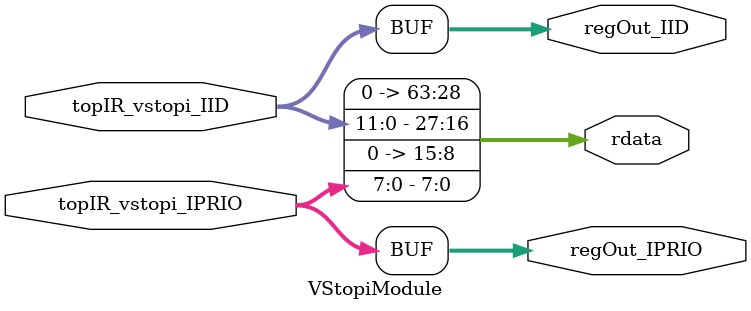
<source format=v>
`ifndef RANDOMIZE
  `ifdef RANDOMIZE_MEM_INIT
    `define RANDOMIZE
  `endif // RANDOMIZE_MEM_INIT
`endif // not def RANDOMIZE
`ifndef RANDOMIZE
  `ifdef RANDOMIZE_REG_INIT
    `define RANDOMIZE
  `endif // RANDOMIZE_REG_INIT
`endif // not def RANDOMIZE
`ifndef RANDOM
  `define RANDOM $random
`endif // not def RANDOM
// Users can define INIT_RANDOM as general code that gets injected into the
// initializer block for modules with registers.
`ifndef INIT_RANDOM
  `define INIT_RANDOM
`endif // not def INIT_RANDOM
// If using random initialization, you can also define RANDOMIZE_DELAY to
// customize the delay used, otherwise 0.002 is used.
`ifndef RANDOMIZE_DELAY
  `define RANDOMIZE_DELAY 0.002
`endif // not def RANDOMIZE_DELAY
// Define INIT_RANDOM_PROLOG_ for use in our modules below.
`ifndef INIT_RANDOM_PROLOG_
  `ifdef RANDOMIZE
    `ifdef VERILATOR
      `define INIT_RANDOM_PROLOG_ `INIT_RANDOM
    `else  // VERILATOR
      `define INIT_RANDOM_PROLOG_ `INIT_RANDOM #`RANDOMIZE_DELAY begin end
    `endif // VERILATOR
  `else  // RANDOMIZE
    `define INIT_RANDOM_PROLOG_
  `endif // RANDOMIZE
`endif // not def INIT_RANDOM_PROLOG_
// Include register initializers in init blocks unless synthesis is set
`ifndef SYNTHESIS
  `ifndef ENABLE_INITIAL_REG_
    `define ENABLE_INITIAL_REG_
  `endif // not def ENABLE_INITIAL_REG_
`endif // not def SYNTHESIS
// Include rmemory initializers in init blocks unless synthesis is set
`ifndef SYNTHESIS
  `ifndef ENABLE_INITIAL_MEM_
    `define ENABLE_INITIAL_MEM_
  `endif // not def ENABLE_INITIAL_MEM_
`endif // not def SYNTHESIS
module VStopiModule(
  output [63:0] rdata,
  output [11:0] regOut_IID,
  output [7:0]  regOut_IPRIO,
  input  [11:0] topIR_vstopi_IID,
  input  [7:0]  topIR_vstopi_IPRIO
);

  assign rdata = {36'h0, topIR_vstopi_IID, 8'h0, topIR_vstopi_IPRIO};
  assign regOut_IID = topIR_vstopi_IID;
  assign regOut_IPRIO = topIR_vstopi_IPRIO;
endmodule


</source>
